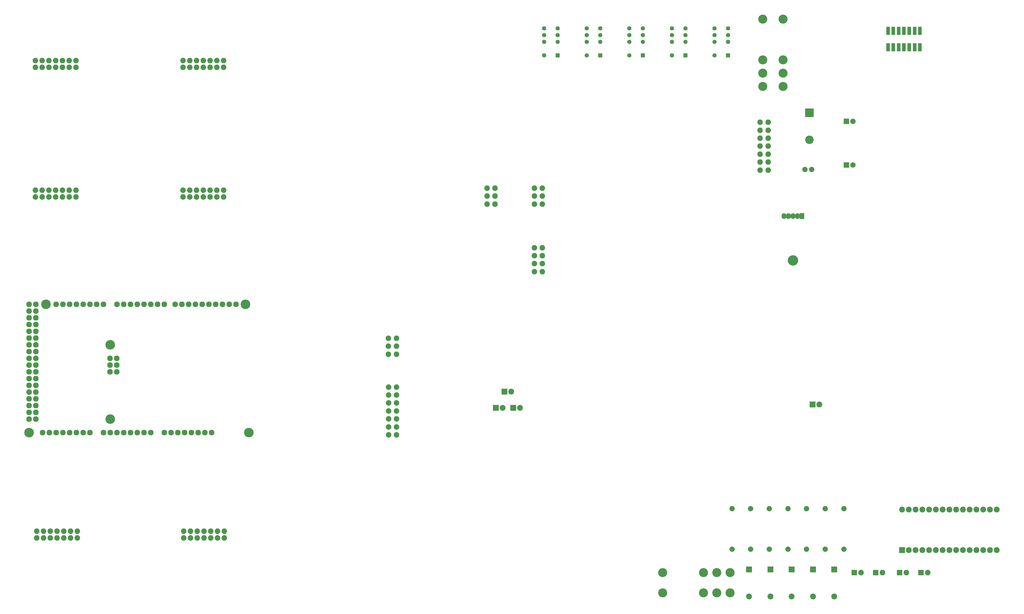
<source format=gbr>
G04 #@! TF.FileFunction,Soldermask,Top*
%FSLAX46Y46*%
G04 Gerber Fmt 4.6, Leading zero omitted, Abs format (unit mm)*
G04 Created by KiCad (PCBNEW 4.0.6) date 03/06/20 14:39:01*
%MOMM*%
%LPD*%
G01*
G04 APERTURE LIST*
%ADD10C,0.100000*%
%ADD11C,2.082800*%
%ADD12R,2.000000X2.000000*%
%ADD13C,2.000000*%
%ADD14R,2.200000X2.200000*%
%ADD15C,2.200000*%
%ADD16O,2.200000X2.200000*%
%ADD17R,3.200000X3.200000*%
%ADD18O,3.200000X3.200000*%
%ADD19R,1.600000X1.600000*%
%ADD20C,1.600000*%
%ADD21R,2.100000X2.100000*%
%ADD22O,2.100000X2.100000*%
%ADD23C,3.400000*%
%ADD24O,3.900000X3.900000*%
%ADD25R,1.750000X2.200000*%
%ADD26O,1.750000X2.200000*%
%ADD27O,2.000000X2.000000*%
%ADD28R,1.400000X3.150000*%
%ADD29O,2.127200X2.127200*%
%ADD30C,3.600000*%
G04 APERTURE END LIST*
D10*
D11*
X133400000Y-102400000D03*
X133400000Y-104940000D03*
X135940000Y-102400000D03*
X135940000Y-104940000D03*
X138480000Y-102400000D03*
X138480000Y-104940000D03*
X141020000Y-102400000D03*
X141020000Y-104940000D03*
X143560000Y-102400000D03*
X143560000Y-104940000D03*
X146100000Y-102400000D03*
X146100000Y-104940000D03*
X148640000Y-102400000D03*
X148640000Y-104940000D03*
X188800000Y-102400000D03*
X188800000Y-104940000D03*
X191340000Y-102400000D03*
X191340000Y-104940000D03*
X193880000Y-102400000D03*
X193880000Y-104940000D03*
X196420000Y-102400000D03*
X196420000Y-104940000D03*
X198960000Y-102400000D03*
X198960000Y-104940000D03*
X201500000Y-102400000D03*
X201500000Y-104940000D03*
X204040000Y-102400000D03*
X204040000Y-104940000D03*
X188800000Y-151200000D03*
X188800000Y-153740000D03*
X191340000Y-151200000D03*
X191340000Y-153740000D03*
X193880000Y-151200000D03*
X193880000Y-153740000D03*
X196420000Y-151200000D03*
X196420000Y-153740000D03*
X198960000Y-151200000D03*
X198960000Y-153740000D03*
X201500000Y-151200000D03*
X201500000Y-153740000D03*
X204040000Y-151200000D03*
X204040000Y-153740000D03*
X133400000Y-151200000D03*
X133400000Y-153740000D03*
X135940000Y-151200000D03*
X135940000Y-153740000D03*
X138480000Y-151200000D03*
X138480000Y-153740000D03*
X141020000Y-151200000D03*
X141020000Y-153740000D03*
X143560000Y-151200000D03*
X143560000Y-153740000D03*
X146100000Y-151200000D03*
X146100000Y-153740000D03*
X148640000Y-151200000D03*
X148640000Y-153740000D03*
X149100000Y-282000000D03*
X149100000Y-279460000D03*
X146560000Y-282000000D03*
X146560000Y-279460000D03*
X144020000Y-282000000D03*
X144020000Y-279460000D03*
X141480000Y-282000000D03*
X141480000Y-279460000D03*
X138940000Y-282000000D03*
X138940000Y-279460000D03*
X136400000Y-282000000D03*
X136400000Y-279460000D03*
X133860000Y-282000000D03*
X133860000Y-279460000D03*
X204343000Y-282000000D03*
X204343000Y-279460000D03*
X201803000Y-282000000D03*
X201803000Y-279460000D03*
X199263000Y-282000000D03*
X199263000Y-279460000D03*
X196723000Y-282000000D03*
X196723000Y-279460000D03*
X194183000Y-282000000D03*
X194183000Y-279460000D03*
X191643000Y-282000000D03*
X191643000Y-279460000D03*
X189103000Y-282000000D03*
X189103000Y-279460000D03*
D12*
X438000000Y-141707000D03*
D13*
X440500000Y-141707000D03*
D12*
X438000000Y-125273000D03*
D13*
X440500000Y-125273000D03*
D14*
X312852000Y-232995000D03*
D15*
X315392000Y-232995000D03*
D14*
X401444000Y-293832000D03*
D16*
X401444000Y-303992000D03*
D14*
X409444000Y-293832000D03*
D16*
X409444000Y-303992000D03*
D14*
X417444000Y-293832000D03*
D16*
X417444000Y-303992000D03*
D14*
X425444000Y-293832000D03*
D16*
X425444000Y-303992000D03*
D14*
X425298000Y-231800000D03*
D15*
X427838000Y-231800000D03*
D17*
X424155000Y-122072000D03*
D18*
X424155000Y-132232000D03*
D14*
X433444000Y-293832000D03*
D16*
X433444000Y-303992000D03*
D14*
X309601000Y-226924000D03*
D15*
X312141000Y-226924000D03*
D14*
X306350000Y-233071000D03*
D15*
X308890000Y-233071000D03*
D19*
X393540000Y-100450000D03*
D20*
X388460000Y-100450000D03*
X393540000Y-95370000D03*
X388460000Y-90290000D03*
X393540000Y-92830000D03*
X393540000Y-90290000D03*
X388460000Y-95370000D03*
X388460000Y-92830000D03*
D19*
X361540000Y-100450000D03*
D20*
X356460000Y-100450000D03*
X361540000Y-95370000D03*
X356460000Y-90290000D03*
X361540000Y-92830000D03*
X361540000Y-90290000D03*
X356460000Y-95370000D03*
X356460000Y-92830000D03*
D19*
X345540000Y-100450000D03*
D20*
X340460000Y-100450000D03*
X345540000Y-95370000D03*
X340460000Y-90290000D03*
X345540000Y-92830000D03*
X345540000Y-90290000D03*
X340460000Y-95370000D03*
X340460000Y-92830000D03*
D19*
X329540000Y-100450000D03*
D20*
X324460000Y-100450000D03*
X329540000Y-95370000D03*
X324460000Y-90290000D03*
X329540000Y-92830000D03*
X329540000Y-90290000D03*
X324460000Y-95370000D03*
X324460000Y-92830000D03*
D19*
X377540000Y-100450000D03*
D20*
X372460000Y-100450000D03*
X377540000Y-95370000D03*
X372460000Y-90290000D03*
X377540000Y-92830000D03*
X377540000Y-90290000D03*
X372460000Y-95370000D03*
X372460000Y-92830000D03*
D21*
X466000000Y-295000000D03*
D22*
X468540000Y-295000000D03*
D14*
X458927000Y-286588000D03*
D15*
X461467000Y-286588000D03*
X464007000Y-286588000D03*
X466547000Y-286588000D03*
X469087000Y-286588000D03*
X471627000Y-286588000D03*
X474167000Y-286588000D03*
X476707000Y-286588000D03*
X479247000Y-286588000D03*
X481787000Y-286588000D03*
X484327000Y-286588000D03*
X486867000Y-286588000D03*
X489407000Y-286588000D03*
X491947000Y-286588000D03*
X494487000Y-286588000D03*
X494487000Y-271348000D03*
X491947000Y-271348000D03*
X489407000Y-271348000D03*
X486867000Y-271348000D03*
X484327000Y-271348000D03*
X481787000Y-271348000D03*
X479247000Y-271348000D03*
X476707000Y-271348000D03*
X474167000Y-271348000D03*
X471627000Y-271348000D03*
X469087000Y-271348000D03*
X466547000Y-271348000D03*
X464007000Y-271348000D03*
X461467000Y-271348000D03*
X458927000Y-271348000D03*
D23*
X414198000Y-86842600D03*
X406578000Y-86842600D03*
X414198000Y-107162600D03*
X406578000Y-112162600D03*
X406578000Y-102162600D03*
X414198000Y-102162600D03*
X406578000Y-107162600D03*
X414198000Y-112162600D03*
D24*
X417961000Y-177594000D03*
D25*
X421361000Y-160934000D03*
D26*
X419661000Y-160934000D03*
X417961000Y-160934000D03*
X416261000Y-160934000D03*
X414561000Y-160934000D03*
D21*
X449000000Y-295000000D03*
D22*
X451540000Y-295000000D03*
D13*
X422453000Y-143408000D03*
D27*
X424993000Y-143408000D03*
D21*
X458000000Y-295000000D03*
D22*
X460540000Y-295000000D03*
D28*
X453634000Y-91183600D03*
X453634000Y-97433600D03*
X455634000Y-91183600D03*
X455634000Y-97433600D03*
X457634000Y-91183600D03*
X457634000Y-97433600D03*
X459634000Y-91183600D03*
X459634000Y-97433600D03*
X461634000Y-91183600D03*
X461634000Y-97433600D03*
X463634000Y-91183600D03*
X463634000Y-97433600D03*
X465634000Y-91183600D03*
X465634000Y-97433600D03*
D13*
X395039000Y-286236000D03*
D27*
X395039000Y-270996000D03*
D13*
X402039000Y-286236000D03*
D27*
X402039000Y-270996000D03*
D13*
X409039000Y-286236000D03*
D27*
X409039000Y-270996000D03*
D13*
X416039000Y-286236000D03*
D27*
X416039000Y-270996000D03*
D13*
X423039000Y-286236000D03*
D27*
X423039000Y-270996000D03*
D23*
X369000000Y-295000000D03*
X369000000Y-302620000D03*
X389320000Y-295000000D03*
X394320000Y-302620000D03*
X384320000Y-302620000D03*
X384320000Y-295000000D03*
X389320000Y-302620000D03*
X394320000Y-295000000D03*
D13*
X437039000Y-286236000D03*
D27*
X437039000Y-270996000D03*
D13*
X430039000Y-286236000D03*
D27*
X430039000Y-270996000D03*
D29*
X163932000Y-219456000D03*
X161392000Y-219456000D03*
X161392000Y-216916000D03*
X163932000Y-216916000D03*
X161392000Y-214376000D03*
X176759000Y-242316000D03*
X181839000Y-242316000D03*
X184379000Y-242316000D03*
X186919000Y-242316000D03*
X189459000Y-242316000D03*
X191999000Y-242316000D03*
X194539000Y-242316000D03*
X197079000Y-242316000D03*
X141199000Y-194056000D03*
X143739000Y-194056000D03*
X146279000Y-194056000D03*
X148819000Y-194056000D03*
X151359000Y-194056000D03*
X153899000Y-194056000D03*
X156439000Y-194056000D03*
X158979000Y-194056000D03*
X164059000Y-194056000D03*
X166599000Y-194056000D03*
X169139000Y-194056000D03*
X171679000Y-194056000D03*
X174219000Y-194056000D03*
X176759000Y-194056000D03*
X179299000Y-194056000D03*
X181839000Y-194056000D03*
X201143000Y-194056000D03*
X185903000Y-194056000D03*
X188443000Y-194056000D03*
X190983000Y-194056000D03*
D30*
X161519000Y-237236000D03*
X161519000Y-209296000D03*
X137389000Y-194056000D03*
X212319000Y-194056000D03*
X131039000Y-242316000D03*
X213589000Y-242316000D03*
D29*
X208763000Y-194056000D03*
X206223000Y-194056000D03*
X203683000Y-194056000D03*
X198603000Y-194056000D03*
X196063000Y-194056000D03*
X193523000Y-194056000D03*
X199619000Y-242316000D03*
X174219000Y-242316000D03*
X171679000Y-242316000D03*
X169139000Y-242316000D03*
X166599000Y-242316000D03*
X164059000Y-242316000D03*
X161519000Y-242316000D03*
X158979000Y-242316000D03*
X153899000Y-242316000D03*
X151359000Y-242316000D03*
X148819000Y-242316000D03*
X146279000Y-242316000D03*
X143739000Y-242316000D03*
X141199000Y-242316000D03*
X138659000Y-242316000D03*
X136119000Y-242316000D03*
X133579000Y-194056000D03*
X131039000Y-194056000D03*
X133579000Y-196596000D03*
X131039000Y-196596000D03*
X133579000Y-199136000D03*
X131039000Y-199136000D03*
X133579000Y-201676000D03*
X131039000Y-201676000D03*
X133579000Y-204216000D03*
X131039000Y-204216000D03*
X133579000Y-206756000D03*
X131039000Y-206756000D03*
X133579000Y-209296000D03*
X131039000Y-209296000D03*
X133579000Y-211836000D03*
X131039000Y-211836000D03*
X133579000Y-214376000D03*
X131039000Y-214376000D03*
X133579000Y-216916000D03*
X131039000Y-216916000D03*
X133579000Y-219456000D03*
X131039000Y-219456000D03*
X133579000Y-221996000D03*
X131039000Y-221996000D03*
X133579000Y-224536000D03*
X131039000Y-224536000D03*
X133579000Y-227076000D03*
X131039000Y-227076000D03*
X133579000Y-229616000D03*
X131039000Y-229616000D03*
X133579000Y-232156000D03*
X131039000Y-232156000D03*
X133579000Y-234696000D03*
X131039000Y-234696000D03*
X133579000Y-237236000D03*
X131039000Y-237236000D03*
X163932000Y-214376000D03*
D11*
X269000000Y-243200000D03*
X266002800Y-243200000D03*
X269000000Y-240202800D03*
X266002800Y-240202800D03*
X269000000Y-237205600D03*
X266002800Y-237205600D03*
X269000000Y-234208400D03*
X266002800Y-234208400D03*
X269000000Y-231211200D03*
X266002800Y-231211200D03*
X269000000Y-228214000D03*
X266002800Y-228214000D03*
X269000000Y-225216800D03*
X266002800Y-225216800D03*
X408600000Y-143600000D03*
X405602800Y-143600000D03*
X408600000Y-140602800D03*
X405602800Y-140602800D03*
X408600000Y-137605600D03*
X405602800Y-137605600D03*
X408600000Y-134608400D03*
X405602800Y-134608400D03*
X408600000Y-131611200D03*
X405602800Y-131611200D03*
X408600000Y-128614000D03*
X405602800Y-128614000D03*
X408600000Y-125616800D03*
X405602800Y-125616800D03*
X323800000Y-181800000D03*
X320802800Y-181800000D03*
X323800000Y-178802800D03*
X320802800Y-178802800D03*
X323800000Y-175805600D03*
X320802800Y-175805600D03*
X323800000Y-172808400D03*
X320802800Y-172808400D03*
X323800000Y-156400000D03*
X320802800Y-156400000D03*
X323800000Y-153402800D03*
X320802800Y-153402800D03*
X323800000Y-150405600D03*
X320802800Y-150405600D03*
X306000000Y-156400000D03*
X303002800Y-156400000D03*
X306000000Y-153402800D03*
X303002800Y-153402800D03*
X306000000Y-150405600D03*
X303002800Y-150405600D03*
X268986000Y-212877000D03*
X265988800Y-212877000D03*
X268986000Y-209879800D03*
X265988800Y-209879800D03*
X268986000Y-206882600D03*
X265988800Y-206882600D03*
D21*
X441000000Y-295000000D03*
D22*
X443540000Y-295000000D03*
M02*

</source>
